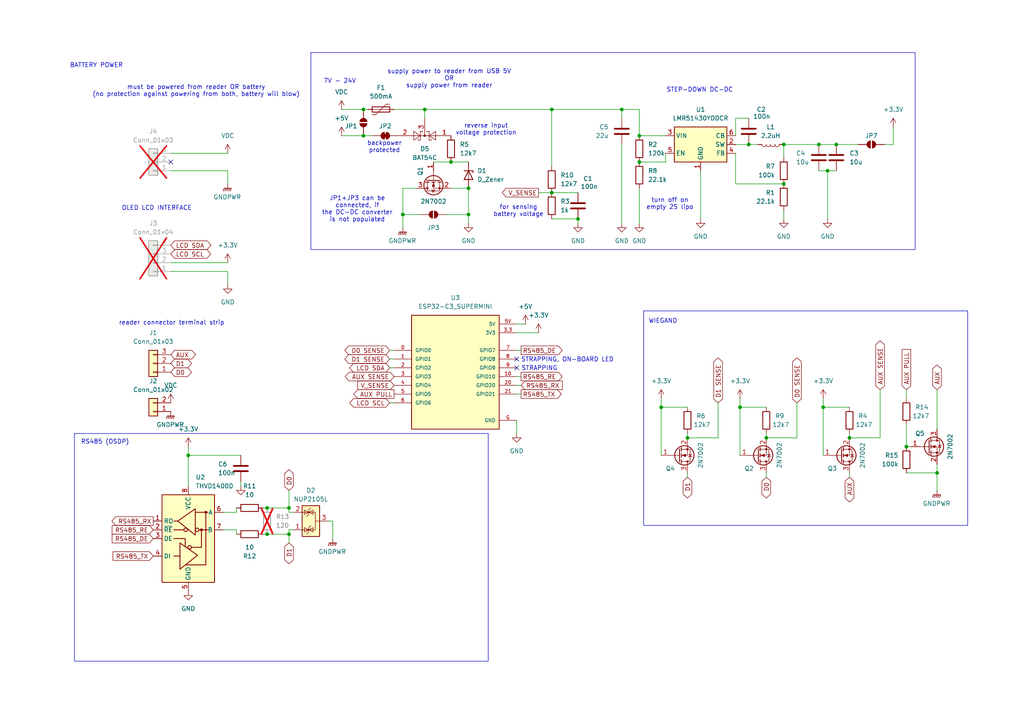
<source format=kicad_sch>
(kicad_sch (version 20250114) (generator "eeschema") (generator_version "9.0")
  (paper "A4")
  (title_block (title "The Tick") (date "2025-04-04") (rev "v0.2") (company "Copyright (C) 2024, 2025 Jakub \"lenwe\" Kramarz") (comment 1 "CERN Open Hardware Licence Version 2 - Strongly Reciprocal"))
  (lib_symbols
    (symbol "Connector_Generic:Conn_01x02" (pin_names (offset 1.016) (hide yes))
      (property "Reference" "J" (at 0 2.54 0))
      (property "Value" "Conn_01x02" (at 0 -5.08 0))
      (symbol "Conn_01x02_1_1"
        (rectangle (start -1.27 1.27) (end 1.27 -3.81) (stroke (width 0.254)) (fill (type background)))
        (rectangle (start -1.27 0.127) (end 0 -0.127) (stroke (width 0.1524)))
        (rectangle (start -1.27 -2.413) (end 0 -2.667) (stroke (width 0.1524)))
        (pin passive line (at -5.08 0 0) (length 3.81) (name "Pin_1") (number "1"))
        (pin passive line (at -5.08 -2.54 0) (length 3.81) (name "Pin_2") (number "2"))
      )
    )
    (symbol "Connector_Generic:Conn_01x03" (pin_names (offset 1.016) (hide yes))
      (property "Reference" "J" (at 0 5.08 0))
      (property "Value" "Conn_01x03" (at 0 -5.08 0))
      (symbol "Conn_01x03_1_1"
        (rectangle (start -1.27 3.81) (end 1.27 -3.81) (stroke (width 0.254)) (fill (type background)))
        (rectangle (start -1.27 2.667) (end 0 2.413) (stroke (width 0.1524)))
        (rectangle (start -1.27 0.127) (end 0 -0.127) (stroke (width 0.1524)))
        (rectangle (start -1.27 -2.413) (end 0 -2.667) (stroke (width 0.1524)))
        (pin passive line (at -5.08 2.54 0) (length 3.81) (name "Pin_1") (number "1"))
        (pin passive line (at -5.08 0 0) (length 3.81) (name "Pin_2") (number "2"))
        (pin passive line (at -5.08 -2.54 0) (length 3.81) (name "Pin_3") (number "3"))
      )
    )
    (symbol "Connector_Generic:Conn_01x04" (pin_names (offset 1.016) (hide yes))
      (property "Reference" "J" (at 0 5.08 0))
      (property "Value" "Conn_01x04" (at 0 -7.62 0))
      (symbol "Conn_01x04_1_1"
        (rectangle (start -1.27 3.81) (end 1.27 -6.35) (stroke (width 0.254)) (fill (type background)))
        (rectangle (start -1.27 2.667) (end 0 2.413) (stroke (width 0.1524)))
        (rectangle (start -1.27 0.127) (end 0 -0.127) (stroke (width 0.1524)))
        (rectangle (start -1.27 -2.413) (end 0 -2.667) (stroke (width 0.1524)))
        (rectangle (start -1.27 -4.953) (end 0 -5.207) (stroke (width 0.1524)))
        (pin passive line (at -5.08 2.54 0) (length 3.81) (name "Pin_1") (number "1"))
        (pin passive line (at -5.08 0 0) (length 3.81) (name "Pin_2") (number "2"))
        (pin passive line (at -5.08 -2.54 0) (length 3.81) (name "Pin_3") (number "3"))
        (pin passive line (at -5.08 -5.08 0) (length 3.81) (name "Pin_4") (number "4"))
      )
    )
    (symbol "Device:C" (pin_numbers (hide yes)) (pin_names (offset 0.254))
      (property "Reference" "C" (at 0.635 2.54 0))
      (property "Value" "C" (at 0.635 -2.54 0))
      (symbol "C_0_1"
        (polyline (pts (xy -2.032 0.762) (xy 2.032 0.762)) (stroke (width 0.508)))
        (polyline (pts (xy -2.032 -0.762) (xy 2.032 -0.762)) (stroke (width 0.508)))
      )
      (symbol "C_1_1"
        (pin passive line (at 0 3.81 270) (length 2.794) (name "~") (number "1"))
        (pin passive line (at 0 -3.81 90) (length 2.794) (name "~") (number "2"))
      )
    )
    (symbol "Device:D_Zener" (pin_numbers (hide yes)) (pin_names (offset 1.016) (hide yes))
      (property "Reference" "D" (at 0 2.54 0))
      (property "Value" "D_Zener" (at 0 -2.54 0))
      (symbol "D_Zener_0_1"
        (polyline (pts (xy -1.27 -1.27) (xy -1.27 1.27) (xy -0.762 1.27)) (stroke (width 0.254)))
        (polyline (pts (xy 1.27 0) (xy -1.27 0)))
        (polyline (pts (xy 1.27 -1.27) (xy 1.27 1.27) (xy -1.27 0) (xy 1.27 -1.27)) (stroke (width 0.254)))
      )
      (symbol "D_Zener_1_1"
        (pin passive line (at -3.81 0 0) (length 2.54) (name "K") (number "1"))
        (pin passive line (at 3.81 0 180) (length 2.54) (name "A") (number "2"))
      )
    )
    (symbol "Device:L" (pin_numbers (hide yes)) (pin_names (offset 1.016) (hide yes))
      (property "Reference" "L" (at -1.27 0 90))
      (property "Value" "L" (at 1.905 0 90))
      (symbol "L_0_1"
        (arc (start 0 2.54) (mid 0.6323 1.905) (end 0 1.27))
        (arc (start 0 1.27) (mid 0.6323 0.635) (end 0 0))
        (arc (start 0 0) (mid 0.6323 -0.635) (end 0 -1.27))
        (arc (start 0 -1.27) (mid 0.6323 -1.905) (end 0 -2.54))
      )
      (symbol "L_1_1"
        (pin passive line (at 0 3.81 270) (length 1.27) (name "1") (number "1"))
        (pin passive line (at 0 -3.81 90) (length 1.27) (name "2") (number "2"))
      )
    )
    (symbol "Device:Polyfuse" (pin_numbers (hide yes)) (pin_names (offset 0))
      (property "Reference" "F" (at -2.54 0 90))
      (property "Value" "Polyfuse" (at 2.54 0 90))
      (symbol "Polyfuse_0_1"
        (polyline (pts (xy -1.524 2.54) (xy -1.524 1.524) (xy 1.524 -1.524) (xy 1.524 -2.54)))
        (rectangle (start -0.762 2.54) (end 0.762 -2.54) (stroke (width 0.254)))
        (polyline (pts (xy 0 2.54) (xy 0 -2.54)))
      )
      (symbol "Polyfuse_1_1"
        (pin passive line (at 0 3.81 270) (length 1.27) (name "~") (number "1"))
        (pin passive line (at 0 -3.81 90) (length 1.27) (name "~") (number "2"))
      )
    )
    (symbol "Device:R" (pin_numbers (hide yes)) (pin_names (offset 0))
      (property "Reference" "R" (at 2.032 0 90))
      (property "Value" "R" (at 0 0 90))
      (symbol "R_0_1"
        (rectangle (start -1.016 -2.54) (end 1.016 2.54) (stroke (width 0.254)))
      )
      (symbol "R_1_1"
        (pin passive line (at 0 3.81 270) (length 1.27) (name "~") (number "1"))
        (pin passive line (at 0 -3.81 90) (length 1.27) (name "~") (number "2"))
      )
    )
    (symbol "Diode:BAT54C" (pin_names (offset 1.016))
      (property "Reference" "D" (at 0.635 -3.81 0))
      (property "Value" "BAT54C" (at -6.35 3.175 0))
      (symbol "BAT54C_0_1"
        (polyline (pts (xy -3.175 -1.27) (xy -3.175 1.27) (xy -1.27 0) (xy -3.175 -1.27)))
        (polyline (pts (xy -1.905 1.27) (xy -1.905 1.016)))
        (polyline (pts (xy -1.905 0) (xy 1.905 0)))
        (polyline (pts (xy -1.27 1.27) (xy -1.905 1.27)))
        (polyline (pts (xy -1.27 1.27) (xy -1.27 -1.27)))
        (polyline (pts (xy -1.27 0) (xy -3.81 0)))
        (polyline (pts (xy -1.27 -1.27) (xy -0.635 -1.27)))
        (polyline (pts (xy -0.635 -1.27) (xy -0.635 -1.016)))
        (circle (center 0 0) (radius 0.254) (fill (type outline)))
        (polyline (pts (xy 0.635 -1.27) (xy 0.635 -1.016)))
        (polyline (pts (xy 1.27 1.27) (xy 1.27 -1.27)))
        (polyline (pts (xy 1.27 1.27) (xy 1.905 1.27)))
        (polyline (pts (xy 1.27 -1.27) (xy 0.635 -1.27)))
        (polyline (pts (xy 1.905 1.27) (xy 1.905 1.016)))
        (polyline (pts (xy 3.175 -1.27) (xy 3.175 1.27) (xy 1.27 0) (xy 3.175 -1.27)))
        (polyline (pts (xy 3.81 0) (xy 1.27 0)))
      )
      (symbol "BAT54C_1_1"
        (pin passive line (at -7.62 0 0) (length 3.81) (name "~") (number "1"))
        (pin passive line (at 0 -5.08 90) (length 5.08) (name "~") (number "3"))
        (pin passive line (at 7.62 0 180) (length 3.81) (name "~") (number "2"))
      )
    )
    (symbol "ESP32-C3_SUPERMINI:ESP32-C3_SUPERMINI" (pin_names (offset 1.016))
      (property "Reference" "U" (at -12.7 16.002 0))
      (property "Value" "ESP32-C3_SUPERMINI" (at -12.7 -20.32 0))
      (symbol "ESP32-C3_SUPERMINI_0_0"
        (rectangle (start -12.7 -17.78) (end 12.7 15.24) (stroke (width 0.254)) (fill (type background)))
        (pin bidirectional line (at -17.78 5.08 0) (length 5.08) (name "GPIO0") (number "0"))
        (pin bidirectional line (at -17.78 2.54 0) (length 5.08) (name "GPIO1") (number "1"))
        (pin bidirectional line (at -17.78 0 0) (length 5.08) (name "GPIO2") (number "2"))
        (pin bidirectional line (at -17.78 -2.54 0) (length 5.08) (name "GPIO3") (number "3"))
        (pin bidirectional line (at -17.78 -5.08 0) (length 5.08) (name "GPIO4") (number "4"))
        (pin bidirectional line (at -17.78 -7.62 0) (length 5.08) (name "GPIO5") (number "5"))
        (pin bidirectional line (at -17.78 -10.16 0) (length 5.08) (name "GPIO6") (number "6"))
        (pin power_in line (at 17.78 12.7 180) (length 5.08) (name "5V") (number "5V"))
        (pin power_in line (at 17.78 10.16 180) (length 5.08) (name "3V3") (number "3.3"))
        (pin bidirectional line (at 17.78 5.08 180) (length 5.08) (name "GPIO7") (number "7"))
        (pin bidirectional line (at 17.78 2.54 180) (length 5.08) (name "GPIO8") (number "8"))
        (pin bidirectional line (at 17.78 0 180) (length 5.08) (name "GPIO9") (number "9"))
        (pin bidirectional line (at 17.78 -2.54 180) (length 5.08) (name "GPIO10") (number "10"))
        (pin bidirectional line (at 17.78 -5.08 180) (length 5.08) (name "GPIO20") (number "20"))
        (pin bidirectional line (at 17.78 -7.62 180) (length 5.08) (name "GPIO21") (number "21"))
        (pin power_in line (at 17.78 -15.24 180) (length 5.08) (name "GND") (number "G"))
      )
    )
    (symbol "Interface_UART:THVD1400D"
      (property "Reference" "U" (at -6.096 11.43 0))
      (property "Value" "THVD1400D" (at 0.762 11.43 0))
      (symbol "THVD1400D_0_1"
        (rectangle (start -7.62 12.7) (end 7.62 -12.7) (stroke (width 0.254)) (fill (type background)))
        (polyline (pts (xy -4.191 2.54) (xy -1.27 2.54)) (stroke (width 0.254)))
        (polyline (pts (xy -4.191 0) (xy -0.889 0) (xy -0.889 -2.286)) (stroke (width 0.254)))
        (polyline (pts (xy -3.175 5.08) (xy -4.191 5.08) (xy -4.064 5.08)) (stroke (width 0.254)))
        (polyline (pts (xy -2.54 -5.08) (xy -4.191 -5.08)) (stroke (width 0.254)))
        (polyline (pts (xy -2.413 -5.08) (xy -2.413 -1.27) (xy 2.667 -4.826) (xy -2.413 -8.89) (xy -2.413 -5.08)) (stroke (width 0.254)))
        (polyline (pts (xy -0.635 -7.62) (xy 5.08 -7.62)) (stroke (width 0.254)))
        (circle (center 0.381 -2.54) (radius 0.508) (stroke (width 0.254)))
        (polyline (pts (xy 0.889 -2.54) (xy 3.81 -2.54)) (stroke (width 0.254)))
        (polyline (pts (xy 2.032 7.62) (xy 5.715 7.62)) (stroke (width 0.254)))
        (polyline (pts (xy 3.048 2.54) (xy 5.715 2.54)) (stroke (width 0.254)))
        (circle (center 3.81 2.54) (radius 0.2794) (stroke (width 0.254)) (fill (type outline)))
        (polyline (pts (xy 3.81 -2.54) (xy 3.81 2.54)) (stroke (width 0.254)))
        (polyline (pts (xy 5.08 -7.62) (xy 5.08 7.62)) (stroke (width 0.254)))
      )
      (symbol "THVD1400D_1_1"
        (circle (center -0.762 2.54) (radius 0.508) (stroke (width 0.254)))
        (polyline (pts (xy 2.032 4.826) (xy 2.032 8.636) (xy -3.048 5.08) (xy 2.032 1.016) (xy 2.032 4.826)) (stroke (width 0.254)))
        (circle (center 2.54 2.54) (radius 0.508) (stroke (width 0.254)))
        (circle (center 5.08 7.62) (radius 0.2794) (stroke (width 0.254)) (fill (type outline)))
        (pin output line (at -10.16 5.08 0) (length 2.54) (name "RO") (number "1"))
        (pin input line (at -10.16 2.54 0) (length 2.54) (name "~{RE}") (number "2"))
        (pin input line (at -10.16 0 0) (length 2.54) (name "DE") (number "3"))
        (pin input line (at -10.16 -5.08 0) (length 2.54) (name "DI") (number "4"))
        (pin power_in line (at 0 15.24 270) (length 2.54) (name "VCC") (number "8"))
        (pin power_in line (at 0 -15.24 90) (length 2.54) (name "GND") (number "5"))
        (pin bidirectional line (at 10.16 7.62 180) (length 2.54) (name "A") (number "6"))
        (pin bidirectional line (at 10.16 2.54 180) (length 2.54) (name "B") (number "7"))
      )
    )
    (symbol "Jumper:SolderJumper_2_Bridged" (pin_numbers (hide yes)) (pin_names (offset 0) (hide yes)) (exclude_from_sim yes) (in_bom no)
      (property "Reference" "JP" (at 0 2.032 0))
      (property "Value" "SolderJumper_2_Bridged" (at 0 -2.54 0))
      (symbol "SolderJumper_2_Bridged_0_1"
        (rectangle (start -0.508 0.508) (end 0.508 -0.508) (fill (type outline)))
        (polyline (pts (xy -0.254 1.016) (xy -0.254 -1.016)))
        (arc (start -0.254 -1.016) (mid -1.2656 0) (end -0.254 1.016))
        (arc (start -0.254 -1.016) (mid -1.2656 0) (end -0.254 1.016) (fill (type outline)))
        (arc (start 0.254 1.016) (mid 1.2656 0) (end 0.254 -1.016))
        (arc (start 0.254 1.016) (mid 1.2656 0) (end 0.254 -1.016) (fill (type outline)))
        (polyline (pts (xy 0.254 1.016) (xy 0.254 -1.016)))
      )
      (symbol "SolderJumper_2_Bridged_1_1"
        (pin passive line (at -3.81 0 0) (length 2.54) (name "A") (number "1"))
        (pin passive line (at 3.81 0 180) (length 2.54) (name "B") (number "2"))
      )
    )
    (symbol "Jumper:SolderJumper_2_Open" (pin_numbers (hide yes)) (pin_names (offset 0) (hide yes)) (exclude_from_sim yes) (in_bom no)
      (property "Reference" "JP" (at 0 2.032 0))
      (property "Value" "SolderJumper_2_Open" (at 0 -2.54 0))
      (symbol "SolderJumper_2_Open_0_1"
        (polyline (pts (xy -0.254 1.016) (xy -0.254 -1.016)))
        (arc (start -0.254 -1.016) (mid -1.2656 0) (end -0.254 1.016))
        (arc (start -0.254 -1.016) (mid -1.2656 0) (end -0.254 1.016) (fill (type outline)))
        (arc (start 0.254 1.016) (mid 1.2656 0) (end 0.254 -1.016))
        (arc (start 0.254 1.016) (mid 1.2656 0) (end 0.254 -1.016) (fill (type outline)))
        (polyline (pts (xy 0.254 1.016) (xy 0.254 -1.016)))
      )
      (symbol "SolderJumper_2_Open_1_1"
        (pin passive line (at -3.81 0 0) (length 2.54) (name "A") (number "1"))
        (pin passive line (at 3.81 0 180) (length 2.54) (name "B") (number "2"))
      )
    )
    (symbol "Power_Protection:NUP2105L" (pin_names (hide yes))
      (property "Reference" "D" (at 5.715 2.54 0))
      (property "Value" "NUP2105L" (at 5.715 0.635 0))
      (symbol "NUP2105L_0_0"
        (pin passive line (at 0 -5.08 90) (length 2.54) (name "A") (number "3"))
      )
      (symbol "NUP2105L_0_1"
        (rectangle (start -4.445 2.54) (end 4.445 -2.54) (stroke (width 0.254)) (fill (type background)))
        (polyline (pts (xy -3.81 1.27) (xy -3.175 0.635) (xy -1.905 0.635) (xy -1.27 0)))
        (polyline (pts (xy -2.54 2.54) (xy -2.54 0.635)))
        (polyline (pts (xy -2.54 0.635) (xy -2.54 -1.27) (xy 2.54 -1.27) (xy 2.54 0.635)))
        (polyline (pts (xy -2.54 0.635) (xy -1.905 -0.635) (xy -3.175 -0.635) (xy -2.54 0.635)))
        (polyline (pts (xy -2.54 0.635) (xy -3.175 1.905) (xy -1.905 1.905) (xy -2.54 0.635) (xy -2.54 1.27)))
        (polyline (pts (xy 0 -1.27) (xy 0 -2.54)))
        (polyline (pts (xy 1.27 1.27) (xy 1.905 0.635) (xy 2.54 0.635) (xy 3.175 0.635) (xy 3.81 0)))
        (polyline (pts (xy 2.54 2.54) (xy 2.54 0.635)))
        (polyline (pts (xy 2.54 0.635) (xy 1.905 -0.635) (xy 3.175 -0.635) (xy 2.54 0.635)))
        (polyline (pts (xy 2.54 0.635) (xy 3.175 1.905) (xy 1.905 1.905) (xy 2.54 0.635)))
      )
      (symbol "NUP2105L_1_1"
        (pin passive line (at -2.54 5.08 270) (length 2.54) (name "K") (number "1"))
        (pin passive line (at 2.54 5.08 270) (length 2.54) (name "K") (number "2"))
      )
    )
    (symbol "Regulator_Switching:LMR51430"
      (property "Reference" "U" (at -7.62 6.35 0))
      (property "Value" "LMR51430" (at 0 6.35 0))
      (symbol "LMR51430_0_1"
        (rectangle (start -7.62 5.08) (end 7.62 -5.08) (stroke (width 0.254)) (fill (type background)))
      )
      (symbol "LMR51430_1_1"
        (pin power_in line (at -10.16 2.54 0) (length 2.54) (name "VIN") (number "3"))
        (pin input line (at -10.16 -2.54 0) (length 2.54) (name "EN") (number "5"))
        (pin power_in line (at 0 -7.62 90) (length 2.54) (name "GND") (number "1"))
        (pin passive line (at 10.16 2.54 180) (length 2.54) (name "CB") (number "6"))
        (pin power_out line (at 10.16 0 180) (length 2.54) (name "SW") (number "2"))
        (pin input line (at 10.16 -2.54 180) (length 2.54) (name "FB") (number "4"))
      )
    )
    (symbol "Transistor_FET:2N7002" (pin_names (hide yes))
      (property "Reference" "Q" (at 5.08 1.905 0))
      (property "Value" "2N7002" (at 5.08 0 0))
      (symbol "2N7002_0_1"
        (polyline (pts (xy 0.254 1.905) (xy 0.254 -1.905)) (stroke (width 0.254)))
        (polyline (pts (xy 0.254 0) (xy -2.54 0)))
        (polyline (pts (xy 0.762 2.286) (xy 0.762 1.27)) (stroke (width 0.254)))
        (polyline (pts (xy 0.762 0.508) (xy 0.762 -0.508)) (stroke (width 0.254)))
        (polyline (pts (xy 0.762 -1.27) (xy 0.762 -2.286)) (stroke (width 0.254)))
        (polyline (pts (xy 0.762 -1.778) (xy 3.302 -1.778) (xy 3.302 1.778) (xy 0.762 1.778)))
        (polyline (pts (xy 1.016 0) (xy 2.032 0.381) (xy 2.032 -0.381) (xy 1.016 0)) (fill (type outline)))
        (circle (center 1.651 0) (radius 2.794) (stroke (width 0.254)))
        (polyline (pts (xy 2.54 2.54) (xy 2.54 1.778)))
        (circle (center 2.54 1.778) (radius 0.254) (fill (type outline)))
        (circle (center 2.54 -1.778) (radius 0.254) (fill (type outline)))
        (polyline (pts (xy 2.54 -2.54) (xy 2.54 0) (xy 0.762 0)))
        (polyline (pts (xy 2.794 0.508) (xy 2.921 0.381) (xy 3.683 0.381) (xy 3.81 0.254)))
        (polyline (pts (xy 3.302 0.381) (xy 2.921 -0.254) (xy 3.683 -0.254) (xy 3.302 0.381)))
      )
      (symbol "2N7002_1_1"
        (pin input line (at -5.08 0 0) (length 2.54) (name "G") (number "1"))
        (pin passive line (at 2.54 5.08 270) (length 2.54) (name "D") (number "3"))
        (pin passive line (at 2.54 -5.08 90) (length 2.54) (name "S") (number "2"))
      )
    )
    (symbol "power:+3.3V" (power) (pin_numbers (hide yes)) (pin_names (offset 0) (hide yes))
      (property "Value" "+3.3V" (at 0 3.556 0))
      (symbol "+3.3V_0_1"
        (polyline (pts (xy -0.762 1.27) (xy 0 2.54)))
        (polyline (pts (xy 0 2.54) (xy 0.762 1.27)))
        (polyline (pts (xy 0 0) (xy 0 2.54)))
      )
      (symbol "+3.3V_1_1"
        (pin power_in line (at 0 0 90) (length 0) (name "~") (number "1"))
      )
    )
    (symbol "power:+5V" (power) (pin_numbers (hide yes)) (pin_names (offset 0) (hide yes))
      (property "Value" "+5V" (at 0 3.556 0))
      (symbol "+5V_0_1"
        (polyline (pts (xy -0.762 1.27) (xy 0 2.54)))
        (polyline (pts (xy 0 2.54) (xy 0.762 1.27)))
        (polyline (pts (xy 0 0) (xy 0 2.54)))
      )
      (symbol "+5V_1_1"
        (pin power_in line (at 0 0 90) (length 0) (name "~") (number "1"))
      )
    )
    (symbol "power:GND" (power) (pin_numbers (hide yes)) (pin_names (offset 0) (hide yes))
      (property "Value" "GND" (at 0 -3.81 0))
      (symbol "GND_0_1"
        (polyline (pts (xy 0 0) (xy 0 -1.27) (xy 1.27 -1.27) (xy 0 -2.54) (xy -1.27 -1.27) (xy 0 -1.27)))
      )
      (symbol "GND_1_1"
        (pin power_in line (at 0 0 270) (length 0) (name "~") (number "1"))
      )
    )
    (symbol "power:GNDPWR" (power) (pin_numbers (hide yes)) (pin_names (offset 0) (hide yes))
      (property "Value" "GNDPWR" (at 0 -3.302 0))
      (symbol "GNDPWR_0_1"
        (polyline (pts (xy -1.016 -1.27) (xy -1.27 -2.032) (xy -1.27 -2.032)) (stroke (width 0.2032)))
        (polyline (pts (xy -0.508 -1.27) (xy -0.762 -2.032) (xy -0.762 -2.032)) (stroke (width 0.2032)))
        (polyline (pts (xy 0 -1.27) (xy 0 0)))
        (polyline (pts (xy 0 -1.27) (xy -0.254 -2.032) (xy -0.254 -2.032)) (stroke (width 0.2032)))
        (polyline (pts (xy 0.508 -1.27) (xy 0.254 -2.032) (xy 0.254 -2.032)) (stroke (width 0.2032)))
        (polyline (pts (xy 1.016 -1.27) (xy -1.016 -1.27) (xy -1.016 -1.27)) (stroke (width 0.2032)))
        (polyline (pts (xy 1.016 -1.27) (xy 0.762 -2.032) (xy 0.762 -2.032) (xy 0.762 -2.032)) (stroke (width 0.2032)))
      )
      (symbol "GNDPWR_1_1"
        (pin power_in line (at 0 0 270) (length 0) (name "~") (number "1"))
      )
    )
    (symbol "power:VDC" (power) (pin_numbers (hide yes)) (pin_names (offset 0) (hide yes))
      (property "Value" "VDC" (at 0 3.556 0))
      (symbol "VDC_0_1"
        (polyline (pts (xy -0.762 1.27) (xy 0 2.54)))
        (polyline (pts (xy 0 2.54) (xy 0.762 1.27)))
        (polyline (pts (xy 0 0) (xy 0 2.54)))
      )
      (symbol "VDC_1_1"
        (pin power_in line (at 0 0 90) (length 0) (name "~") (number "1"))
      )
    )
  )
  (rectangle (start 21.59 125.73) (end 141.605 191.77))
  (rectangle (start 90.17 15.24) (end 265.43 72.39))
  (rectangle (start 186.69 90.17) (end 280.67 152.4))
  (text "supply power to reader from USB 5V\nOR\nsupply power from reader" (at 130.302 22.86 0) (effects (font (size 1.27 1.27))))
  (text "STEP-DOWN DC-DC" (at 202.946 26.162 0) (effects (font (size 1.27 1.27))))
  (text "JP1+JP3 can be\nconnected, if\nthe DC-DC converter\nis not populated" (at 103.632 60.706 0) (effects (font (size 1.27 1.27))))
  (text "OLED LCD INTERFACE" (at 45.466 60.452 0) (effects (font (size 1.27 1.27))))
  (text "reader connector terminal strip" (at 49.784 93.726 0) (effects (font (size 1.27 1.27))))
  (text "reverse input\nvoltage protection" (at 140.97 37.592 0) (effects (font (size 1.27 1.27))))
  (text "must be powered from reader OR battery\n(no protection against powering from both, battery will blow)" (at 56.896 26.416 0) (effects (font (size 1.27 1.27))))
  (text "7V - 24V\n" (at 98.552 23.622 0) (effects (font (size 1.27 1.27))))
  (text "BATTERY POWER" (at 27.94 19.05 0) (effects (font (size 1.27 1.27))))
  (text "backpower\nprotected" (at 111.506 42.672 0) (effects (font (size 1.27 1.27))))
  (text "WIEGAND" (at 192.278 93.218 0) (effects (font (size 1.27 1.27))))
  (text "turn off on\nempty 2S lipo" (at 194.31 59.182 0) (effects (font (size 1.27 1.27))))
  (text "STRAPPING, ON-BOARD LED" (at 164.592 104.394 0) (effects (font (size 1.27 1.27))))
  (text "for sensing\nbattery voltage" (at 150.368 61.214 0) (effects (font (size 1.27 1.27))))
  (text "STRAPPING" (at 156.464 106.934 0) (effects (font (size 1.27 1.27))))
  (text "RS485 (OSDP)" (at 30.48 128.27 0) (effects (font (size 1.27 1.27))))
  (junction (at 185.42 39.37))
  (junction (at 185.42 46.99))
  (junction (at 105.41 31.75))
  (junction (at 77.47 154.94))
  (junction (at 199.39 127))
  (junction (at 191.77 118.11))
  (junction (at 238.76 118.11))
  (junction (at 180.34 31.75))
  (junction (at 271.78 137.16))
  (junction (at 240.03 49.53))
  (junction (at 246.38 127))
  (junction (at 130.81 46.99))
  (junction (at 160.02 55.88))
  (junction (at 227.33 53.34))
  (junction (at 227.33 41.91))
  (junction (at 135.89 62.23))
  (junction (at 217.17 41.91))
  (junction (at 160.02 31.75))
  (junction (at 237.49 41.91))
  (junction (at 116.84 62.23))
  (junction (at 105.41 39.37))
  (junction (at 123.19 31.75))
  (junction (at 167.64 63.5))
  (junction (at 135.89 54.61))
  (junction (at 262.89 129.54))
  (junction (at 83.82 147.32))
  (junction (at 83.82 154.94))
  (junction (at 214.63 118.11))
  (junction (at 222.25 127))
  (junction (at 77.47 147.32))
  (junction (at 54.61 132.08))
  (junction (at 242.57 41.91))
  (no_connect (at 49.53 46.99))
  (no_connect (at 149.86 106.68))
  (no_connect (at 149.86 104.14))
  (wire (pts (xy 123.19 31.75) (xy 160.02 31.75)))
  (wire (pts (xy 49.53 44.45) (xy 66.04 44.45)))
  (wire (pts (xy 227.33 41.91) (xy 237.49 41.91)))
  (wire (pts (xy 237.49 49.53) (xy 240.03 49.53)))
  (wire (pts (xy 242.57 41.91) (xy 248.92 41.91)))
  (wire (pts (xy 160.02 55.88) (xy 167.64 55.88)))
  (wire (pts (xy 238.76 115.57) (xy 238.76 118.11)))
  (wire (pts (xy 99.06 39.37) (xy 105.41 39.37)))
  (wire (pts (xy 231.14 116.84) (xy 231.14 127)))
  (wire (pts (xy 149.86 101.6) (xy 151.13 101.6)))
  (wire (pts (xy 262.89 123.19) (xy 262.89 129.54)))
  (wire (pts (xy 123.19 31.75) (xy 123.19 34.29)))
  (wire (pts (xy 185.42 39.37) (xy 193.04 39.37)))
  (wire (pts (xy 99.06 31.75) (xy 105.41 31.75)))
  (wire (pts (xy 116.84 62.23) (xy 116.84 54.61)))
  (wire (pts (xy 69.85 139.7) (xy 69.85 140.97)))
  (wire (pts (xy 68.58 147.32) (xy 68.58 148.59)))
  (wire (pts (xy 130.81 54.61) (xy 135.89 54.61)))
  (wire (pts (xy 135.89 54.61) (xy 135.89 62.23)))
  (wire (pts (xy 222.25 137.16) (xy 222.25 138.43)))
  (wire (pts (xy 222.25 125.73) (xy 222.25 127)))
  (wire (pts (xy 149.86 93.98) (xy 152.4 93.98)))
  (wire (pts (xy 213.36 39.37) (xy 213.36 34.29)))
  (wire (pts (xy 116.84 62.23) (xy 121.92 62.23)))
  (wire (pts (xy 217.17 41.91) (xy 219.71 41.91)))
  (wire (pts (xy 49.53 76.2) (xy 66.04 76.2)))
  (wire (pts (xy 149.86 121.92) (xy 149.86 125.73)))
  (wire (pts (xy 255.27 127) (xy 246.38 127)))
  (wire (pts (xy 156.21 55.88) (xy 160.02 55.88)))
  (wire (pts (xy 213.36 44.45) (xy 213.36 53.34)))
  (wire (pts (xy 185.42 54.61) (xy 185.42 64.77)))
  (wire (pts (xy 167.64 63.5) (xy 167.64 64.77)))
  (wire (pts (xy 49.53 78.74) (xy 66.04 78.74)))
  (wire (pts (xy 191.77 118.11) (xy 199.39 118.11)))
  (wire (pts (xy 76.2 154.94) (xy 77.47 154.94)))
  (wire (pts (xy 116.84 66.04) (xy 116.84 62.23)))
  (wire (pts (xy 125.73 46.99) (xy 130.81 46.99)))
  (wire (pts (xy 213.36 53.34) (xy 227.33 53.34)))
  (wire (pts (xy 238.76 118.11) (xy 246.38 118.11)))
  (wire (pts (xy 149.86 111.76) (xy 151.13 111.76)))
  (wire (pts (xy 96.52 151.13) (xy 96.52 156.21)))
  (wire (pts (xy 54.61 129.54) (xy 54.61 132.08)))
  (wire (pts (xy 191.77 115.57) (xy 191.77 118.11)))
  (wire (pts (xy 83.82 157.48) (xy 83.82 154.94)))
  (wire (pts (xy 83.82 147.32) (xy 83.82 148.59)))
  (wire (pts (xy 246.38 125.73) (xy 246.38 127)))
  (wire (pts (xy 246.38 137.16) (xy 246.38 138.43)))
  (wire (pts (xy 113.03 104.14) (xy 114.3 104.14)))
  (wire (pts (xy 149.86 96.52) (xy 156.21 96.52)))
  (wire (pts (xy 68.58 153.67) (xy 64.77 153.67)))
  (wire (pts (xy 180.34 41.91) (xy 180.34 64.77)))
  (wire (pts (xy 208.28 116.84) (xy 208.28 127)))
  (wire (pts (xy 66.04 49.53) (xy 66.04 53.34)))
  (wire (pts (xy 214.63 115.57) (xy 214.63 118.11)))
  (wire (pts (xy 113.03 106.68) (xy 114.3 106.68)))
  (wire (pts (xy 185.42 46.99) (xy 193.04 46.99)))
  (wire (pts (xy 83.82 153.67) (xy 85.09 153.67)))
  (wire (pts (xy 238.76 118.11) (xy 238.76 132.08)))
  (wire (pts (xy 160.02 63.5) (xy 167.64 63.5)))
  (wire (pts (xy 193.04 46.99) (xy 193.04 44.45)))
  (wire (pts (xy 66.04 78.74) (xy 66.04 82.55)))
  (wire (pts (xy 83.82 148.59) (xy 85.09 148.59)))
  (wire (pts (xy 160.02 31.75) (xy 180.34 31.75)))
  (wire (pts (xy 237.49 41.91) (xy 242.57 41.91)))
  (wire (pts (xy 271.78 134.62) (xy 271.78 137.16)))
  (wire (pts (xy 191.77 118.11) (xy 191.77 132.08)))
  (wire (pts (xy 77.47 147.32) (xy 83.82 147.32)))
  (wire (pts (xy 113.03 116.84) (xy 114.3 116.84)))
  (wire (pts (xy 271.78 113.03) (xy 271.78 124.46)))
  (wire (pts (xy 262.89 137.16) (xy 271.78 137.16)))
  (wire (pts (xy 180.34 34.29) (xy 180.34 31.75)))
  (wire (pts (xy 129.54 62.23) (xy 135.89 62.23)))
  (wire (pts (xy 227.33 45.72) (xy 227.33 41.91)))
  (wire (pts (xy 76.2 147.32) (xy 77.47 147.32)))
  (wire (pts (xy 240.03 49.53) (xy 242.57 49.53)))
  (wire (pts (xy 130.81 46.99) (xy 135.89 46.99)))
  (wire (pts (xy 203.2 63.5) (xy 203.2 49.53)))
  (wire (pts (xy 83.82 154.94) (xy 83.82 153.67)))
  (wire (pts (xy 77.47 154.94) (xy 83.82 154.94)))
  (wire (pts (xy 113.03 101.6) (xy 114.3 101.6)))
  (wire (pts (xy 160.02 31.75) (xy 160.02 48.26)))
  (wire (pts (xy 271.78 137.16) (xy 271.78 142.24)))
  (wire (pts (xy 262.89 129.54) (xy 264.16 129.54)))
  (wire (pts (xy 259.08 41.91) (xy 256.54 41.91)))
  (wire (pts (xy 105.41 39.37) (xy 107.95 39.37)))
  (wire (pts (xy 180.34 31.75) (xy 185.42 31.75)))
  (wire (pts (xy 114.3 31.75) (xy 123.19 31.75)))
  (wire (pts (xy 149.86 109.22) (xy 151.13 109.22)))
  (wire (pts (xy 95.25 151.13) (xy 96.52 151.13)))
  (wire (pts (xy 199.39 137.16) (xy 199.39 138.43)))
  (wire (pts (xy 227.33 60.96) (xy 227.33 63.5)))
  (wire (pts (xy 49.53 49.53) (xy 66.04 49.53)))
  (wire (pts (xy 105.41 31.75) (xy 106.68 31.75)))
  (wire (pts (xy 54.61 132.08) (xy 54.61 140.97)))
  (wire (pts (xy 149.86 114.3) (xy 151.13 114.3)))
  (wire (pts (xy 68.58 154.94) (xy 68.58 153.67)))
  (wire (pts (xy 240.03 49.53) (xy 240.03 63.5)))
  (wire (pts (xy 116.84 54.61) (xy 120.65 54.61)))
  (wire (pts (xy 213.36 34.29) (xy 217.17 34.29)))
  (wire (pts (xy 214.63 118.11) (xy 222.25 118.11)))
  (wire (pts (xy 231.14 127) (xy 222.25 127)))
  (wire (pts (xy 259.08 36.83) (xy 259.08 41.91)))
  (wire (pts (xy 185.42 31.75) (xy 185.42 39.37)))
  (wire (pts (xy 54.61 132.08) (xy 69.85 132.08)))
  (wire (pts (xy 262.89 113.03) (xy 262.89 115.57)))
  (wire (pts (xy 83.82 142.24) (xy 83.82 147.32)))
  (wire (pts (xy 135.89 62.23) (xy 135.89 64.77)))
  (wire (pts (xy 255.27 113.03) (xy 255.27 127)))
  (wire (pts (xy 199.39 125.73) (xy 199.39 127)))
  (wire (pts (xy 213.36 41.91) (xy 217.17 41.91)))
  (wire (pts (xy 68.58 148.59) (xy 64.77 148.59)))
  (wire (pts (xy 208.28 127) (xy 199.39 127)))
  (wire (pts (xy 214.63 118.11) (xy 214.63 132.08)))
  (global_label "RS485_TX" (shape output) (at 151.13 114.3 0) (property "Intersheetrefs" "${INTERSHEET_REFS}" (effects (hide yes))))
  (global_label "LCD SCL" (shape bidirectional) (at 49.53 73.66 0) (property "Intersheetrefs" "${INTERSHEET_REFS}" (effects (hide yes))))
  (global_label "D1 SENSE" (shape bidirectional) (at 113.03 104.14 180) (property "Intersheetrefs" "${INTERSHEET_REFS}" (effects (hide yes))))
  (global_label "AUX" (shape bidirectional) (at 49.53 102.87 0) (property "Intersheetrefs" "${INTERSHEET_REFS}" (effects (hide yes))))
  (global_label "RS485_DE" (shape output) (at 151.13 101.6 0) (property "Intersheetrefs" "${INTERSHEET_REFS}" (effects (hide yes))))
  (global_label "AUX" (shape bidirectional) (at 271.78 113.03 90) (property "Intersheetrefs" "${INTERSHEET_REFS}" (effects (hide yes))))
  (global_label "LCD SDA" (shape bidirectional) (at 49.53 71.12 0) (property "Intersheetrefs" "${INTERSHEET_REFS}" (effects (hide yes))))
  (global_label "LCD SCL" (shape bidirectional) (at 113.03 116.84 180) (property "Intersheetrefs" "${INTERSHEET_REFS}" (effects (hide yes))))
  (global_label "RS485_RX" (shape input) (at 151.13 111.76 0) (property "Intersheetrefs" "${INTERSHEET_REFS}" (effects (hide yes))))
  (global_label "AUX" (shape bidirectional) (at 246.38 138.43 270) (property "Intersheetrefs" "${INTERSHEET_REFS}" (effects (hide yes))))
  (global_label "RS485_RE" (shape output) (at 151.13 109.22 0) (property "Intersheetrefs" "${INTERSHEET_REFS}" (effects (hide yes))))
  (global_label "D0" (shape bidirectional) (at 222.25 138.43 270) (property "Intersheetrefs" "${INTERSHEET_REFS}" (effects (hide yes))))
  (global_label "D1 SENSE" (shape bidirectional) (at 208.28 116.84 90) (property "Intersheetrefs" "${INTERSHEET_REFS}" (effects (hide yes))))
  (global_label "AUX SENSE" (shape bidirectional) (at 255.27 113.03 90) (property "Intersheetrefs" "${INTERSHEET_REFS}" (effects (hide yes))))
  (global_label "V_SENSE" (shape input) (at 114.3 111.76 180) (property "Intersheetrefs" "${INTERSHEET_REFS}" (effects (hide yes))))
  (global_label "D1" (shape bidirectional) (at 83.82 157.48 270) (property "Intersheetrefs" "${INTERSHEET_REFS}" (effects (hide yes))))
  (global_label "D1" (shape bidirectional) (at 49.53 105.41 0) (property "Intersheetrefs" "${INTERSHEET_REFS}" (effects (hide yes))))
  (global_label "AUX PULL" (shape output) (at 114.3 114.3 180) (property "Intersheetrefs" "${INTERSHEET_REFS}" (effects (hide yes))))
  (global_label "RS485_DE" (shape input) (at 44.45 156.21 180) (property "Intersheetrefs" "${INTERSHEET_REFS}" (effects (hide yes))))
  (global_label "AUX SENSE" (shape bidirectional) (at 114.3 109.22 180) (property "Intersheetrefs" "${INTERSHEET_REFS}" (effects (hide yes))))
  (global_label "D0" (shape bidirectional) (at 49.53 107.95 0) (property "Intersheetrefs" "${INTERSHEET_REFS}" (effects (hide yes))))
  (global_label "D0 SENSE" (shape bidirectional) (at 231.14 116.84 90) (property "Intersheetrefs" "${INTERSHEET_REFS}" (effects (hide yes))))
  (global_label "AUX PULL" (shape input) (at 262.89 113.03 90) (property "Intersheetrefs" "${INTERSHEET_REFS}" (effects (hide yes))))
  (global_label "D0" (shape bidirectional) (at 83.82 142.24 90) (property "Intersheetrefs" "${INTERSHEET_REFS}" (effects (hide yes))))
  (global_label "RS485_RX" (shape output) (at 44.45 151.13 180) (property "Intersheetrefs" "${INTERSHEET_REFS}" (effects (hide yes))))
  (global_label "RS485_TX" (shape input) (at 44.45 161.29 180) (property "Intersheetrefs" "${INTERSHEET_REFS}" (effects (hide yes))))
  (global_label "RS485_RE" (shape input) (at 44.45 153.67 180) (property "Intersheetrefs" "${INTERSHEET_REFS}" (effects (hide yes))))
  (global_label "LCD SDA" (shape bidirectional) (at 113.03 106.68 180) (property "Intersheetrefs" "${INTERSHEET_REFS}" (effects (hide yes))))
  (global_label "V_SENSE" (shape output) (at 156.21 55.88 180) (property "Intersheetrefs" "${INTERSHEET_REFS}" (effects (hide yes))))
  (global_label "D0 SENSE" (shape bidirectional) (at 113.03 101.6 180) (property "Intersheetrefs" "${INTERSHEET_REFS}" (effects (hide yes))))
  (global_label "D1" (shape bidirectional) (at 199.39 138.43 270) (property "Intersheetrefs" "${INTERSHEET_REFS}" (effects (hide yes))))
  (symbol (lib_id "Interface_UART:THVD1400D") (at 54.61 156.21 0) (unit 1)
    (property "Reference" "U2" (at 56.7533 138.43 0) (effects (justify left)))
    (property "Value" "THVD1400D" (at 56.7533 140.97 0) (effects (justify left)))
    (property "Footprint" "Package_SO:SOIC-8_3.9x4.9mm_P1.27mm" (effects (hide yes)))
    (property "Datasheet" "https://www.ti.com/lit/ds/symlink/thvd1420.pdf" (effects (hide yes)))
    (property "Description" "Half duplex RS-485/RS-422, 500 Kbps, 3V - 5.5V supply, ±12kV electro-static discharge (ESD) protection, with receiver/driver enable, 32 receiver drive capacity, SOIC-8" (effects (hide yes)))
  )
  (symbol (lib_id "Device:C") (at 242.57 45.72 0) (unit 1)
    (property "Reference" "C3" (at 246.38 44.4499 0) (effects (justify left)))
    (property "Value" "10u" (at 246.38 46.9899 0) (effects (justify left)))
    (property "Footprint" "Capacitor_SMD:C_0805_2012Metric_Pad1.18x1.45mm_HandSolder" (effects (hide yes)))
    (property "Description" "Unpolarized capacitor" (effects (hide yes)))
  )
  (symbol (lib_id "ESP32-C3_SUPERMINI:ESP32-C3_SUPERMINI") (at 132.08 106.68 0) (unit 1)
    (property "Reference" "U3" (at 132.08 86.36 0))
    (property "Value" "ESP32-C3_SUPERMINI" (at 132.08 88.9 0))
    (property "Footprint" "esp32key:MODULE_ESP32-C3_SUPERMINI_SMD" (effects (hide yes)))
    (property "MF" "Espressif Systems" (effects (hide yes)))
    (property "MAXIMUM_PACKAGE_HEIGHT" "4.2mm" (effects (hide yes)))
    (property "Package" "Package" (effects (hide yes)))
    (property "Price" "None" (effects (hide yes)))
    (property "Check_prices" "https://www.snapeda.com/parts/ESP32-C3%20SuperMini_TH/Espressif+Systems/view-part/?ref=eda" (effects (hide yes)))
    (property "STANDARD" "Manufacturer Recommendations" (effects (hide yes)))
    (property "SnapEDA_Link" "https://www.snapeda.com/parts/ESP32-C3%20SuperMini_TH/Espressif+Systems/view-part/?ref=snap" (effects (hide yes)))
    (property "MP" "ESP32-C3 SuperMini_TH" (effects (hide yes)))
    (property "Description_1" "Super tiny ESP32-C3 board" (effects (hide yes)))
    (property "Availability" "Not in stock" (effects (hide yes)))
    (property "MANUFACTURER" "Espressif" (effects (hide yes)))
  )
  (symbol (lib_id "power:GND") (at 185.42 64.77 0) (unit 1)
    (property "Reference" "#PWR024" (effects (hide yes)))
    (property "Value" "GND" (at 185.42 69.85 0))
    (property "Description" "Power symbol creates a global label with name \"GND\" , ground" (effects (hide yes)))
  )
  (symbol (lib_id "power:+3.3V") (at 66.04 76.2 0) (unit 1)
    (property "Reference" "#PWR023" (effects (hide yes)))
    (property "Value" "+3.3V" (at 66.04 71.12 0))
    (property "Description" "Power symbol creates a global label with name \"+3.3V\"" (effects (hide yes)))
  )
  (symbol (lib_id "Device:R") (at 227.33 57.15 0) (mirror y) (unit 1)
    (property "Reference" "R1" (at 224.79 55.8799 0) (effects (justify left)))
    (property "Value" "22.1k" (at 224.79 58.4199 0) (effects (justify left)))
    (property "Footprint" "Resistor_SMD:R_0603_1608Metric_Pad0.98x0.95mm_HandSolder" (effects (hide yes)))
    (property "Description" "Resistor" (effects (hide yes)))
  )
  (symbol (lib_id "Device:R") (at 77.47 151.13 180) (unit 1) (dnp yes)
    (property "Reference" "R13" (at 80.01 149.8599 0) (effects (justify right)))
    (property "Value" "120" (at 80.01 152.3999 0) (effects (justify right)))
    (property "Footprint" "Resistor_SMD:R_0603_1608Metric_Pad0.98x0.95mm_HandSolder" (effects (hide yes)))
    (property "Description" "Resistor" (effects (hide yes)))
  )
  (symbol (lib_id "power:GND") (at 203.2 63.5 0) (unit 1)
    (property "Reference" "#PWR09" (effects (hide yes)))
    (property "Value" "GND" (at 203.2 68.58 0))
    (property "Description" "Power symbol creates a global label with name \"GND\" , ground" (effects (hide yes)))
  )
  (symbol (lib_id "Device:R") (at 130.81 43.18 0) (unit 1)
    (property "Reference" "R5" (at 133.35 41.9099 0) (effects (justify left)))
    (property "Value" "12k7" (at 133.35 44.4499 0) (effects (justify left)))
    (property "Footprint" "Resistor_SMD:R_0603_1608Metric_Pad0.98x0.95mm_HandSolder" (effects (hide yes)))
    (property "Description" "Resistor" (effects (hide yes)))
  )
  (symbol (lib_id "power:VDC") (at 99.06 31.75 0) (unit 1)
    (property "Reference" "#PWR018" (effects (hide yes)))
    (property "Value" "VDC" (at 99.06 26.67 0))
    (property "Description" "Power symbol creates a global label with name \"VDC\"" (effects (hide yes)))
  )
  (symbol (lib_id "Connector_Generic:Conn_01x02") (at 44.45 119.38 180) (unit 1)
    (property "Reference" "J2" (at 44.45 110.49 0))
    (property "Value" "Conn_01x02" (at 44.45 113.03 0))
    (property "Footprint" "esp32key:KYOCERA 009176002022006 PTH" (effects (hide yes)))
    (property "Description" "Generic connector, single row, 01x02, script generated (kicad-library-utils/schlib/autogen/connector/)" (effects (hide yes)))
  )
  (symbol (lib_id "Transistor_FET:2N7002") (at 196.85 132.08 0) (mirror x) (unit 1)
    (property "Reference" "Q4" (at 193.04 135.89 0) (effects (justify left)))
    (property "Value" "2N7002" (at 203.2 128.27 90) (effects (justify left)))
    (property "Footprint" "Package_TO_SOT_SMD:SOT-23" (effects (hide yes)))
    (property "Datasheet" "https://www.onsemi.com/pub/Collateral/NDS7002A-D.PDF" (effects (hide yes)))
    (property "Description" "0.115A Id, 60V Vds, N-Channel MOSFET, SOT-23" (effects (hide yes)))
  )
  (symbol (lib_id "Device:R") (at 72.39 147.32 90) (unit 1)
    (property "Reference" "R11" (at 72.39 140.97 90))
    (property "Value" "10" (at 72.39 143.51 90))
    (property "Footprint" "Resistor_SMD:R_0603_1608Metric_Pad0.98x0.95mm_HandSolder" (effects (hide yes)))
    (property "Description" "Resistor" (effects (hide yes)))
  )
  (symbol (lib_id "power:GNDPWR") (at 96.52 156.21 0) (unit 1)
    (property "Reference" "#PWR026" (effects (hide yes)))
    (property "Value" "GNDPWR" (at 96.393 160.02 0))
    (property "Description" "Power symbol creates a global label with name \"GNDPWR\" , global ground" (effects (hide yes)))
  )
  (symbol (lib_id "power:GNDPWR") (at 66.04 53.34 0) (unit 1)
    (property "Reference" "#PWR031" (effects (hide yes)))
    (property "Value" "GNDPWR" (at 65.913 57.15 0))
    (property "Description" "Power symbol creates a global label with name \"GNDPWR\" , global ground" (effects (hide yes)))
  )
  (symbol (lib_id "Transistor_FET:2N7002") (at 219.71 132.08 0) (mirror x) (unit 1)
    (property "Reference" "Q2" (at 215.9 135.89 0) (effects (justify left)))
    (property "Value" "2N7002" (at 226.06 128.27 90) (effects (justify left)))
    (property "Footprint" "Package_TO_SOT_SMD:SOT-23" (effects (hide yes)))
    (property "Datasheet" "https://www.onsemi.com/pub/Collateral/NDS7002A-D.PDF" (effects (hide yes)))
    (property "Description" "0.115A Id, 60V Vds, N-Channel MOSFET, SOT-23" (effects (hide yes)))
  )
  (symbol (lib_id "power:GNDPWR") (at 49.53 119.38 0) (unit 1)
    (property "Reference" "#PWR020" (effects (hide yes)))
    (property "Value" "GNDPWR" (at 49.403 123.19 0))
    (property "Description" "Power symbol creates a global label with name \"GNDPWR\" , global ground" (effects (hide yes)))
  )
  (symbol (lib_id "power:+5V") (at 99.06 39.37 0) (unit 1)
    (property "Reference" "#PWR025" (effects (hide yes)))
    (property "Value" "+5V" (at 99.06 34.29 0))
    (property "Description" "Power symbol creates a global label with name \"+5V\"" (effects (hide yes)))
  )
  (symbol (lib_id "power:GND") (at 135.89 64.77 0) (unit 1)
    (property "Reference" "#PWR05" (effects (hide yes)))
    (property "Value" "GND" (at 135.89 69.85 0))
    (property "Description" "Power symbol creates a global label with name \"GND\" , ground" (effects (hide yes)))
  )
  (symbol (lib_id "Regulator_Switching:LMR51430") (at 203.2 41.91 0) (unit 1)
    (property "Reference" "U1" (at 203.2 31.75 0))
    (property "Value" "LMR51430YDDCR" (at 203.2 34.29 0))
    (property "Footprint" "Package_TO_SOT_SMD:SOT-23-6" (effects (hide yes)))
    (property "Datasheet" "https://www.ti.com/lit/ds/symlink/lmr51430.pdf" (effects (hide yes)))
    (property "Description" "4.5-V to 36-V, 3-A synchronous buck converter with 40-µA IQ, SOT-23-6" (effects (hide yes)))
  )
  (symbol (lib_id "power:GND") (at 227.33 63.5 0) (unit 1)
    (property "Reference" "#PWR07" (effects (hide yes)))
    (property "Value" "GND" (at 227.33 68.58 0))
    (property "Description" "Power symbol creates a global label with name \"GND\" , ground" (effects (hide yes)))
  )
  (symbol (lib_id "Connector_Generic:Conn_01x03") (at 44.45 105.41 180) (unit 1)
    (property "Reference" "J1" (at 44.45 96.52 0))
    (property "Value" "Conn_01x03" (at 44.45 99.06 0))
    (property "Footprint" "esp32key:KYOCERA 009176003022006 PTH" (effects (hide yes)))
    (property "Description" "Generic connector, single row, 01x03, script generated (kicad-library-utils/schlib/autogen/connector/)" (effects (hide yes)))
  )
  (symbol (lib_id "Power_Protection:NUP2105L") (at 90.17 151.13 90) (unit 1)
    (property "Reference" "D2" (at 90.17 142.24 90))
    (property "Value" "NUP2105L" (at 90.17 144.78 90))
    (property "Footprint" "Package_TO_SOT_SMD:SOT-23" (effects (hide yes)))
    (property "Datasheet" "https://www.onsemi.com/pub_link/Collateral/NUP2105L-D.PDF" (effects (hide yes)))
    (property "Description" "Dual Line CAN Bus Protector, 24Vrwm" (effects (hide yes)))
  )
  (symbol (lib_id "power:GND") (at 69.85 140.97 0) (unit 1)
    (property "Reference" "#PWR028" (effects (hide yes)))
    (property "Value" "GND" (effects (hide yes)))
    (property "Description" "Power symbol creates a global label with name \"GND\" , ground" (effects (hide yes)))
  )
  (symbol (lib_id "Device:C") (at 217.17 38.1 0) (unit 1)
    (property "Reference" "C2" (at 219.456 31.75 0) (effects (justify left)))
    (property "Value" "100n" (at 218.44 33.782 0) (effects (justify left)))
    (property "Footprint" "Capacitor_SMD:C_0805_2012Metric_Pad1.18x1.45mm_HandSolder" (effects (hide yes)))
    (property "Description" "Unpolarized capacitor" (effects (hide yes)))
  )
  (symbol (lib_id "power:+3.3V") (at 156.21 96.52 0) (unit 1)
    (property "Reference" "#PWR01" (effects (hide yes)))
    (property "Value" "+3.3V" (at 156.21 91.44 0))
    (property "Description" "Power symbol creates a global label with name \"+3.3V\"" (effects (hide yes)))
  )
  (symbol (lib_id "power:+5V") (at 152.4 93.98 0) (unit 1)
    (property "Reference" "#PWR02" (effects (hide yes)))
    (property "Value" "+5V" (at 152.4 88.9 0))
    (property "Description" "Power symbol creates a global label with name \"+5V\"" (effects (hide yes)))
  )
  (symbol (lib_id "Transistor_FET:2N7002") (at 243.84 132.08 0) (mirror x) (unit 1)
    (property "Reference" "Q3" (at 240.03 135.89 0) (effects (justify left)))
    (property "Value" "2N7002" (at 250.19 128.27 90) (effects (justify left)))
    (property "Footprint" "Package_TO_SOT_SMD:SOT-23" (effects (hide yes)))
    (property "Datasheet" "https://www.onsemi.com/pub/Collateral/NDS7002A-D.PDF" (effects (hide yes)))
    (property "Description" "0.115A Id, 60V Vds, N-Channel MOSFET, SOT-23" (effects (hide yes)))
  )
  (symbol (lib_id "Device:R") (at 222.25 121.92 0) (unit 1)
    (property "Reference" "R9" (at 224.79 120.6499 0) (effects (justify left)))
    (property "Value" "12k7" (at 224.028 123.19 0) (effects (justify left)))
    (property "Footprint" "Resistor_SMD:R_0603_1608Metric_Pad0.98x0.95mm_HandSolder" (effects (hide yes)))
    (property "Description" "Resistor" (effects (hide yes)))
  )
  (symbol (lib_id "Device:Polyfuse") (at 110.49 31.75 90) (unit 1)
    (property "Reference" "F1" (at 110.49 25.4 90))
    (property "Value" "500mA" (at 110.49 27.94 90))
    (property "Footprint" "Fuse:Fuse_1210_3225Metric_Pad1.42x2.65mm_HandSolder" (effects (hide yes)))
    (property "Description" "Resettable fuse, polymeric positive temperature coefficient" (effects (hide yes)))
  )
  (symbol (lib_id "Connector_Generic:Conn_01x03") (at 44.45 46.99 180) (unit 1) (dnp yes)
    (property "Reference" "J4" (at 44.45 38.1 0))
    (property "Value" "Conn_01x03" (at 44.45 40.64 0))
    (property "Footprint" "Connector_PinSocket_2.54mm:PinSocket_1x03_P2.54mm_Vertical" (effects (hide yes)))
    (property "Description" "Generic connector, single row, 01x03, script generated (kicad-library-utils/schlib/autogen/connector/)" (effects (hide yes)))
  )
  (symbol (lib_id "power:GND") (at 167.64 64.77 0) (unit 1)
    (property "Reference" "#PWR029" (effects (hide yes)))
    (property "Value" "GND" (at 167.64 69.85 0))
    (property "Description" "Power symbol creates a global label with name \"GND\" , ground" (effects (hide yes)))
  )
  (symbol (lib_id "Device:D_Zener") (at 135.89 50.8 270) (unit 1)
    (property "Reference" "D1" (at 138.43 49.5299 90) (effects (justify left)))
    (property "Value" "D_Zener" (at 138.43 52.0699 90) (effects (justify left)))
    (property "Footprint" "Diode_SMD:D_MiniMELF" (effects (hide yes)))
    (property "Description" "Zener diode" (effects (hide yes)))
  )
  (symbol (lib_id "Device:C") (at 180.34 38.1 0) (mirror y) (unit 1)
    (property "Reference" "C5" (at 176.53 36.8299 0) (effects (justify left)))
    (property "Value" "22u" (at 176.53 39.3699 0) (effects (justify left)))
    (property "Footprint" "Capacitor_SMD:C_1210_3225Metric_Pad1.33x2.70mm_HandSolder" (effects (hide yes)))
    (property "Description" "Unpolarized capacitor" (effects (hide yes)))
  )
  (symbol (lib_id "Jumper:SolderJumper_2_Open") (at 252.73 41.91 0) (unit 1) (in_bom no)
    (property "Reference" "JP7" (at 252.73 39.37 0))
    (property "Value" "SolderJumper_2_Open" (effects (hide yes)))
    (property "Footprint" "Jumper:SolderJumper-2_P1.3mm_Open_TrianglePad1.0x1.5mm" (effects (hide yes)))
    (property "Description" "Solder Jumper, 2-pole, open" (effects (hide yes)))
  )
  (symbol (lib_id "Device:R") (at 185.42 50.8 180) (unit 1)
    (property "Reference" "R8" (at 187.96 49.5299 0) (effects (justify right)))
    (property "Value" "22.1k" (at 187.96 52.0699 0) (effects (justify right)))
    (property "Footprint" "Resistor_SMD:R_0603_1608Metric_Pad0.98x0.95mm_HandSolder" (effects (hide yes)))
    (property "Description" "Resistor" (effects (hide yes)))
  )
  (symbol (lib_id "Device:R") (at 160.02 59.69 0) (unit 1)
    (property "Reference" "R3" (at 162.56 58.4199 0) (effects (justify left)))
    (property "Value" "1k" (at 162.56 60.9599 0) (effects (justify left)))
    (property "Footprint" "Resistor_SMD:R_0603_1608Metric_Pad0.98x0.95mm_HandSolder" (effects (hide yes)))
    (property "Description" "Resistor" (effects (hide yes)))
  )
  (symbol (lib_id "Transistor_FET:2N7002") (at 269.24 129.54 0) (unit 1)
    (property "Reference" "Q5" (at 265.43 125.73 0) (effects (justify left)))
    (property "Value" "2N7002" (at 275.59 133.35 90) (effects (justify left)))
    (property "Footprint" "Package_TO_SOT_SMD:SOT-23" (effects (hide yes)))
    (property "Datasheet" "https://www.onsemi.com/pub/Collateral/NDS7002A-D.PDF" (effects (hide yes)))
    (property "Description" "0.115A Id, 60V Vds, N-Channel MOSFET, SOT-23" (effects (hide yes)))
  )
  (symbol (lib_id "power:VDC") (at 49.53 116.84 0) (unit 1)
    (property "Reference" "#PWR019" (effects (hide yes)))
    (property "Value" "VDC" (at 49.53 111.76 0))
    (property "Description" "Power symbol creates a global label with name \"VDC\"" (effects (hide yes)))
  )
  (symbol (lib_id "Device:R") (at 160.02 52.07 0) (unit 1)
    (property "Reference" "R10" (at 162.56 50.7999 0) (effects (justify left)))
    (property "Value" "12k7" (at 162.56 53.3399 0) (effects (justify left)))
    (property "Footprint" "Resistor_SMD:R_0603_1608Metric_Pad0.98x0.95mm_HandSolder" (effects (hide yes)))
    (property "Description" "Resistor" (effects (hide yes)))
  )
  (symbol (lib_id "power:+3.3V") (at 191.77 115.57 0) (unit 1)
    (property "Reference" "#PWR017" (effects (hide yes)))
    (property "Value" "+3.3V" (at 191.77 110.49 0))
    (property "Description" "Power symbol creates a global label with name \"+3.3V\"" (effects (hide yes)))
  )
  (symbol (lib_id "Device:R") (at 262.89 133.35 0) (mirror y) (unit 1)
    (property "Reference" "R15" (at 260.604 132.08 0) (effects (justify left)))
    (property "Value" "100k" (at 260.604 134.62 0) (effects (justify left)))
    (property "Footprint" "Resistor_SMD:R_0603_1608Metric_Pad0.98x0.95mm_HandSolder" (effects (hide yes)))
    (property "Description" "Resistor" (effects (hide yes)))
  )
  (symbol (lib_id "Device:R") (at 185.42 43.18 180) (unit 1)
    (property "Reference" "R2" (at 187.96 41.9099 0) (effects (justify right)))
    (property "Value" "120k" (at 187.96 44.4499 0) (effects (justify right)))
    (property "Footprint" "Resistor_SMD:R_0603_1608Metric_Pad0.98x0.95mm_HandSolder" (effects (hide yes)))
    (property "Description" "Resistor" (effects (hide yes)))
  )
  (symbol (lib_id "Jumper:SolderJumper_2_Open") (at 125.73 62.23 0) (mirror y) (unit 1) (in_bom no)
    (property "Reference" "JP3" (at 125.73 66.04 0))
    (property "Value" "SolderJumper_2_Open" (effects (hide yes)))
    (property "Footprint" "Jumper:SolderJumper-2_P1.3mm_Open_TrianglePad1.0x1.5mm" (effects (hide yes)))
    (property "Description" "Solder Jumper, 2-pole, open" (effects (hide yes)))
  )
  (symbol (lib_id "power:VDC") (at 66.04 44.45 0) (unit 1)
    (property "Reference" "#PWR033" (effects (hide yes)))
    (property "Value" "VDC" (at 66.04 39.37 0))
    (property "Description" "Power symbol creates a global label with name \"VDC\"" (effects (hide yes)))
  )
  (symbol (lib_id "Device:R") (at 246.38 121.92 0) (unit 1)
    (property "Reference" "R4" (at 248.92 120.6499 0) (effects (justify left)))
    (property "Value" "12k7" (at 248.158 123.19 0) (effects (justify left)))
    (property "Footprint" "Resistor_SMD:R_0603_1608Metric_Pad0.98x0.95mm_HandSolder" (effects (hide yes)))
    (property "Description" "Resistor" (effects (hide yes)))
  )
  (symbol (lib_id "Device:C") (at 69.85 135.89 0) (unit 1)
    (property "Reference" "C6" (at 63.246 134.62 0) (effects (justify left)))
    (property "Value" "100n" (at 63.246 137.16 0) (effects (justify left)))
    (property "Footprint" "Capacitor_SMD:C_0805_2012Metric_Pad1.18x1.45mm_HandSolder" (effects (hide yes)))
    (property "Description" "Unpolarized capacitor" (effects (hide yes)))
  )
  (symbol (lib_id "Diode:BAT54C") (at 123.19 39.37 180) (unit 1)
    (property "Reference" "D5" (at 123.19 43.18 0))
    (property "Value" "BAT54C" (at 123.19 45.72 0))
    (property "Footprint" "Package_TO_SOT_SMD:SOT-23" (effects (hide yes)))
    (property "Datasheet" "http://www.diodes.com/_files/datasheets/ds11005.pdf" (effects (hide yes)))
    (property "Description" "dual schottky barrier diode, common cathode" (effects (hide yes)))
  )
  (symbol (lib_id "Jumper:SolderJumper_2_Bridged") (at 111.76 39.37 0) (mirror x) (unit 1) (in_bom no)
    (property "Reference" "JP2" (at 111.76 36.576 0))
    (property "Value" "SolderJumper_2_Open" (effects (hide yes)))
    (property "Footprint" "Jumper:SolderJumper-2_P1.3mm_Open_TrianglePad1.0x1.5mm" (effects (hide yes)))
    (property "Description" "Solder Jumper, 2-pole, closed/bridged" (effects (hide yes)))
  )
  (symbol (lib_id "Connector_Generic:Conn_01x04") (at 44.45 76.2 180) (unit 1) (in_bom no) (dnp yes)
    (property "Reference" "J3" (at 44.45 64.77 0))
    (property "Value" "Conn_01x04" (at 44.45 67.31 0))
    (property "Footprint" "Connector_PinSocket_2.54mm:PinSocket_1x04_P2.54mm_Vertical" (effects (hide yes)))
    (property "Description" "Generic connector, single row, 01x04, script generated (kicad-library-utils/schlib/autogen/connector/)" (effects (hide yes)))
  )
  (symbol (lib_id "power:+3.3V") (at 54.61 129.54 0) (unit 1)
    (property "Reference" "#PWR06" (effects (hide yes)))
    (property "Value" "+3.3V" (at 54.61 124.46 0))
    (property "Description" "Power symbol creates a global label with name \"+3.3V\"" (effects (hide yes)))
  )
  (symbol (lib_id "power:GND") (at 66.04 82.55 0) (unit 1)
    (property "Reference" "#PWR016" (effects (hide yes)))
    (property "Value" "GND" (at 66.04 87.63 0))
    (property "Description" "Power symbol creates a global label with name \"GND\" , ground" (effects (hide yes)))
  )
  (symbol (lib_id "Jumper:SolderJumper_2_Open") (at 105.41 35.56 90) (mirror x) (unit 1) (in_bom no)
    (property "Reference" "JP1" (at 101.854 36.576 90))
    (property "Value" "SolderJumper_2_Open" (effects (hide yes)))
    (property "Footprint" "Jumper:SolderJumper-2_P1.3mm_Open_TrianglePad1.0x1.5mm" (effects (hide yes)))
    (property "Description" "Solder Jumper, 2-pole, open" (effects (hide yes)))
  )
  (symbol (lib_id "Device:L") (at 223.52 41.91 270) (unit 1)
    (property "Reference" "L1" (at 223.52 36.83 90))
    (property "Value" "2.2uH" (at 223.52 39.37 90))
    (property "Footprint" "Inductor_SMD:L_Changjiang_FXL0420" (effects (hide yes)))
    (property "Description" "Inductor" (effects (hide yes)))
  )
  (symbol (lib_id "power:GNDPWR") (at 116.84 66.04 0) (unit 1)
    (property "Reference" "#PWR021" (effects (hide yes)))
    (property "Value" "GNDPWR" (at 116.713 69.85 0))
    (property "Description" "Power symbol creates a global label with name \"GNDPWR\" , global ground" (effects (hide yes)))
  )
  (symbol (lib_id "power:GND") (at 54.61 171.45 0) (unit 1)
    (property "Reference" "#PWR027" (effects (hide yes)))
    (property "Value" "GND" (at 54.61 176.53 0))
    (property "Description" "Power symbol creates a global label with name \"GND\" , ground" (effects (hide yes)))
  )
  (symbol (lib_id "Device:R") (at 262.89 119.38 0) (unit 1)
    (property "Reference" "R14" (at 265.43 118.1099 0) (effects (justify left)))
    (property "Value" "12k7" (at 264.668 120.65 0) (effects (justify left)))
    (property "Footprint" "Resistor_SMD:R_0603_1608Metric_Pad0.98x0.95mm_HandSolder" (effects (hide yes)))
    (property "Description" "Resistor" (effects (hide yes)))
  )
  (symbol (lib_id "Device:C") (at 167.64 59.69 0) (unit 1)
    (property "Reference" "C1" (at 169.164 51.816 0) (effects (justify left)))
    (property "Value" "100n" (at 168.402 54.102 0) (effects (justify left)))
    (property "Footprint" "Capacitor_SMD:C_0805_2012Metric_Pad1.18x1.45mm_HandSolder" (effects (hide yes)))
    (property "Description" "Unpolarized capacitor" (effects (hide yes)))
  )
  (symbol (lib_id "power:GND") (at 240.03 63.5 0) (unit 1)
    (property "Reference" "#PWR08" (effects (hide yes)))
    (property "Value" "GND" (at 240.03 68.58 0))
    (property "Description" "Power symbol creates a global label with name \"GND\" , ground" (effects (hide yes)))
  )
  (symbol (lib_id "Device:R") (at 72.39 154.94 90) (mirror x) (unit 1)
    (property "Reference" "R12" (at 72.39 161.29 90))
    (property "Value" "10" (at 72.39 158.75 90))
    (property "Footprint" "Resistor_SMD:R_0603_1608Metric_Pad0.98x0.95mm_HandSolder" (effects (hide yes)))
    (property "Description" "Resistor" (effects (hide yes)))
  )
  (symbol (lib_id "Device:R") (at 199.39 121.92 0) (unit 1)
    (property "Reference" "R6" (at 201.93 120.6499 0) (effects (justify left)))
    (property "Value" "12k7" (at 201.168 123.19 0) (effects (justify left)))
    (property "Footprint" "Resistor_SMD:R_0603_1608Metric_Pad0.98x0.95mm_HandSolder" (effects (hide yes)))
    (property "Description" "Resistor" (effects (hide yes)))
  )
  (symbol (lib_id "power:GND") (at 149.86 125.73 0) (unit 1)
    (property "Reference" "#PWR010" (effects (hide yes)))
    (property "Value" "GND" (at 149.86 130.81 0))
    (property "Description" "Power symbol creates a global label with name \"GND\" , ground" (effects (hide yes)))
  )
  (symbol (lib_id "Device:R") (at 227.33 49.53 0) (mirror y) (unit 1)
    (property "Reference" "R7" (at 224.79 48.2599 0) (effects (justify left)))
    (property "Value" "100k" (at 224.79 50.7999 0) (effects (justify left)))
    (property "Footprint" "Resistor_SMD:R_0603_1608Metric_Pad0.98x0.95mm_HandSolder" (effects (hide yes)))
    (property "Description" "Resistor" (effects (hide yes)))
  )
  (symbol (lib_id "power:+3.3V") (at 259.08 36.83 0) (unit 1)
    (property "Reference" "#PWR04" (effects (hide yes)))
    (property "Value" "+3.3V" (at 259.08 31.75 0))
    (property "Description" "Power symbol creates a global label with name \"+3.3V\"" (effects (hide yes)))
  )
  (symbol (lib_id "power:GND") (at 180.34 64.77 0) (unit 1)
    (property "Reference" "#PWR015" (effects (hide yes)))
    (property "Value" "GND" (at 180.34 69.85 0))
    (property "Description" "Power symbol creates a global label with name \"GND\" , ground" (effects (hide yes)))
  )
  (symbol (lib_id "Transistor_FET:2N7002") (at 125.73 52.07 90) (mirror x) (unit 1)
    (property "Reference" "Q1" (at 121.92 48.26 0) (effects (justify left)))
    (property "Value" "2N7002" (at 129.54 58.42 90) (effects (justify left)))
    (property "Footprint" "Package_TO_SOT_SMD:SOT-23" (effects (hide yes)))
    (property "Datasheet" "https://www.onsemi.com/pub/Collateral/NDS7002A-D.PDF" (effects (hide yes)))
    (property "Description" "0.115A Id, 60V Vds, N-Channel MOSFET, SOT-23" (effects (hide yes)))
  )
  (symbol (lib_id "power:+3.3V") (at 238.76 115.57 0) (unit 1)
    (property "Reference" "#PWR022" (effects (hide yes)))
    (property "Value" "+3.3V" (at 238.76 110.49 0))
    (property "Description" "Power symbol creates a global label with name \"+3.3V\"" (effects (hide yes)))
  )
  (symbol (lib_id "power:GNDPWR") (at 271.78 142.24 0) (unit 1)
    (property "Reference" "#PWR030" (effects (hide yes)))
    (property "Value" "GNDPWR" (at 271.653 146.05 0))
    (property "Description" "Power symbol creates a global label with name \"GNDPWR\" , global ground" (effects (hide yes)))
  )
  (symbol (lib_id "power:+3.3V") (at 214.63 115.57 0) (unit 1)
    (property "Reference" "#PWR012" (effects (hide yes)))
    (property "Value" "+3.3V" (at 214.63 110.49 0))
    (property "Description" "Power symbol creates a global label with name \"+3.3V\"" (effects (hide yes)))
  )
  (symbol (lib_id "Device:C") (at 237.49 45.72 0) (unit 1)
    (property "Reference" "C4" (at 230.886 44.45 0) (effects (justify left)))
    (property "Value" "10u" (at 230.886 46.99 0) (effects (justify left)))
    (property "Footprint" "Capacitor_SMD:C_0805_2012Metric_Pad1.18x1.45mm_HandSolder" (effects (hide yes)))
    (property "Description" "Unpolarized capacitor" (effects (hide yes)))
  )
)
</source>
